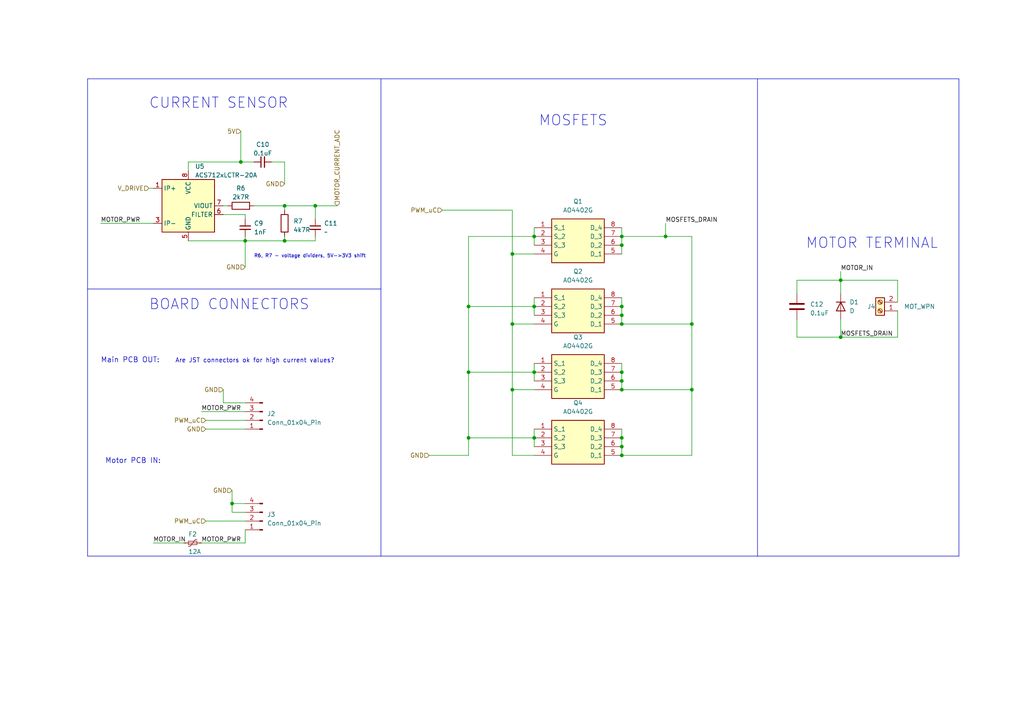
<source format=kicad_sch>
(kicad_sch (version 20230121) (generator eeschema)
  (paper "A4")
  (title_block (comment 1 "Authors: K. Puzio, J. Skrzypczak, J. Michalski"))
  (lib_symbols
    (symbol "AO4406AL:AO4406AL"
      (property "Reference" "Q" (at 21.59 7.62 0))
      (property "Value" "AO4406AL" (at 21.59 5.08 0))
      (symbol "AO4406AL_1_1"
        (rectangle (start 5.08 2.54) (end 20.32 -10.16) (stroke (width 0.254)) (fill (type background)))
        (pin passive line (at 0 0 0) (length 5.08) (name "S_1") (number "1"))
        (pin passive line (at 0 -2.54 0) (length 5.08) (name "S_2") (number "2"))
        (pin passive line (at 0 -5.08 0) (length 5.08) (name "S_3") (number "3"))
        (pin passive line (at 0 -7.62 0) (length 5.08) (name "G") (number "4"))
        (pin passive line (at 25.4 -7.62 180) (length 5.08) (name "D_1") (number "5"))
        (pin passive line (at 25.4 -5.08 180) (length 5.08) (name "D_2") (number "6"))
        (pin passive line (at 25.4 -2.54 180) (length 5.08) (name "D_3") (number "7"))
        (pin passive line (at 25.4 0 180) (length 5.08) (name "D_4") (number "8"))
      )
    )
    (symbol "Connector:Conn_01x04_Pin" (pin_names (offset 1.016) hide)
      (property "Reference" "J" (at 0 5.08 0))
      (property "Value" "Conn_01x04_Pin" (at 0 -7.62 0))
      (symbol "Conn_01x04_Pin_1_1"
        (polyline (pts (xy 1.27 -5.08) (xy 0.8636 -5.08)) (stroke (width 0.1524)))
        (polyline (pts (xy 1.27 -2.54) (xy 0.8636 -2.54)) (stroke (width 0.1524)))
        (polyline (pts (xy 1.27 0) (xy 0.8636 0)) (stroke (width 0.1524)))
        (polyline (pts (xy 1.27 2.54) (xy 0.8636 2.54)) (stroke (width 0.1524)))
        (rectangle (start 0.8636 -4.953) (end 0 -5.207) (stroke (width 0.1524)) (fill (type outline)))
        (rectangle (start 0.8636 -2.413) (end 0 -2.667) (stroke (width 0.1524)) (fill (type outline)))
        (rectangle (start 0.8636 0.127) (end 0 -0.127) (stroke (width 0.1524)) (fill (type outline)))
        (rectangle (start 0.8636 2.667) (end 0 2.413) (stroke (width 0.1524)) (fill (type outline)))
        (pin passive line (at 5.08 2.54 180) (length 3.81) (name "Pin_1") (number "1"))
        (pin passive line (at 5.08 0 180) (length 3.81) (name "Pin_2") (number "2"))
        (pin passive line (at 5.08 -2.54 180) (length 3.81) (name "Pin_3") (number "3"))
        (pin passive line (at 5.08 -5.08 180) (length 3.81) (name "Pin_4") (number "4"))
      )
    )
    (symbol "Connector:Screw_Terminal_01x02" (pin_names (offset 1.016) hide)
      (property "Reference" "J" (at 0 2.54 0))
      (property "Value" "Screw_Terminal_01x02" (at 0 -5.08 0))
      (symbol "Screw_Terminal_01x02_1_1"
        (rectangle (start -1.27 1.27) (end 1.27 -3.81) (stroke (width 0.254)) (fill (type background)))
        (circle (center 0 -2.54) (radius 0.635) (stroke (width 0.1524)))
        (polyline (pts (xy -0.5334 -2.2098) (xy 0.3302 -3.048)) (stroke (width 0.1524)))
        (polyline (pts (xy -0.5334 0.3302) (xy 0.3302 -0.508)) (stroke (width 0.1524)))
        (polyline (pts (xy -0.3556 -2.032) (xy 0.508 -2.8702)) (stroke (width 0.1524)))
        (polyline (pts (xy -0.3556 0.508) (xy 0.508 -0.3302)) (stroke (width 0.1524)))
        (circle (center 0 0) (radius 0.635) (stroke (width 0.1524)))
        (pin passive line (at -5.08 0 0) (length 3.81) (name "Pin_1") (number "1"))
        (pin passive line (at -5.08 -2.54 0) (length 3.81) (name "Pin_2") (number "2"))
      )
    )
    (symbol "Device:C" (pin_numbers hide) (pin_names (offset 0.254))
      (property "Reference" "C" (at 0.635 2.54 0))
      (property "Value" "C" (at 0.635 -2.54 0))
      (symbol "C_0_1"
        (polyline (pts (xy -2.032 -0.762) (xy 2.032 -0.762)) (stroke (width 0.508)))
        (polyline (pts (xy -2.032 0.762) (xy 2.032 0.762)) (stroke (width 0.508)))
      )
      (symbol "C_1_1"
        (pin passive line (at 0 3.81 270) (length 2.794) (name "~") (number "1"))
        (pin passive line (at 0 -3.81 90) (length 2.794) (name "~") (number "2"))
      )
    )
    (symbol "Device:C_Small" (pin_numbers hide) (pin_names (offset 0.254) hide)
      (property "Reference" "C" (at 0.254 1.778 0))
      (property "Value" "C_Small" (at 0.254 -2.032 0))
      (symbol "C_Small_0_1"
        (polyline (pts (xy -1.524 -0.508) (xy 1.524 -0.508)) (stroke (width 0.3302)))
        (polyline (pts (xy -1.524 0.508) (xy 1.524 0.508)) (stroke (width 0.3048)))
      )
      (symbol "C_Small_1_1"
        (pin passive line (at 0 2.54 270) (length 2.032) (name "~") (number "1"))
        (pin passive line (at 0 -2.54 90) (length 2.032) (name "~") (number "2"))
      )
    )
    (symbol "Device:D" (pin_numbers hide) (pin_names (offset 1.016) hide)
      (property "Reference" "D" (at 0 2.54 0))
      (property "Value" "D" (at 0 -2.54 0))
      (symbol "D_0_1"
        (polyline (pts (xy -1.27 1.27) (xy -1.27 -1.27)) (stroke (width 0.254)))
        (polyline (pts (xy 1.27 0) (xy -1.27 0)))
        (polyline (pts (xy 1.27 1.27) (xy 1.27 -1.27) (xy -1.27 0) (xy 1.27 1.27)) (stroke (width 0.254)))
      )
      (symbol "D_1_1"
        (pin passive line (at -3.81 0 0) (length 2.54) (name "K") (number "1"))
        (pin passive line (at 3.81 0 180) (length 2.54) (name "A") (number "2"))
      )
    )
    (symbol "Device:Polyfuse_Small" (pin_numbers hide) (pin_names (offset 0))
      (property "Reference" "F" (at -1.905 0 90))
      (property "Value" "Polyfuse_Small" (at 1.905 0 90))
      (symbol "Polyfuse_Small_0_1"
        (rectangle (start -0.508 1.27) (end 0.508 -1.27))
        (polyline (pts (xy 0 2.54) (xy 0 -2.54)))
        (polyline (pts (xy -1.016 1.27) (xy -1.016 0.762) (xy 1.016 -0.762) (xy 1.016 -1.27)))
      )
      (symbol "Polyfuse_Small_1_1"
        (pin passive line (at 0 2.54 270) (length 0.635) (name "~") (number "1"))
        (pin passive line (at 0 -2.54 90) (length 0.635) (name "~") (number "2"))
      )
    )
    (symbol "Device:R" (pin_numbers hide) (pin_names (offset 0))
      (property "Reference" "R" (at 2.032 0 90))
      (property "Value" "R" (at 0 0 90))
      (symbol "R_0_1"
        (rectangle (start -1.016 -2.54) (end 1.016 2.54) (stroke (width 0.254)))
      )
      (symbol "R_1_1"
        (pin passive line (at 0 3.81 270) (length 1.27) (name "~") (number "1"))
        (pin passive line (at 0 -3.81 90) (length 1.27) (name "~") (number "2"))
      )
    )
    (symbol "Sensor_Current:ACS712xLCTR-20A"
      (property "Reference" "U" (at 2.54 11.43 0))
      (property "Value" "ACS712xLCTR-20A" (at 2.54 8.89 0))
      (symbol "ACS712xLCTR-20A_0_1"
        (rectangle (start -7.62 7.62) (end 7.62 -7.62) (stroke (width 0.254)) (fill (type background)))
      )
      (symbol "ACS712xLCTR-20A_1_1"
        (pin passive line (at -10.16 5.08 0) (length 2.54) (name "IP+") (number "1"))
        (pin passive line (at -10.16 5.08 0) (length 2.54) hide (name "IP+") (number "2"))
        (pin passive line (at -10.16 -5.08 0) (length 2.54) (name "IP-") (number "3"))
        (pin passive line (at -10.16 -5.08 0) (length 2.54) hide (name "IP-") (number "4"))
        (pin power_in line (at 0 -10.16 90) (length 2.54) (name "GND") (number "5"))
        (pin passive line (at 10.16 -2.54 180) (length 2.54) (name "FILTER") (number "6"))
        (pin output line (at 10.16 0 180) (length 2.54) (name "VIOUT") (number "7"))
        (pin power_in line (at 0 10.16 270) (length 2.54) (name "VCC") (number "8"))
      )
    )
  )
  (junction (at 200.66 113.03))
  (junction (at 148.59 113.03))
  (junction (at 82.55 69.85))
  (junction (at 180.34 88.9))
  (junction (at 91.44 59.69))
  (junction (at 135.89 127))
  (junction (at 180.34 132.08))
  (junction (at 193.04 68.58))
  (junction (at 135.89 88.9))
  (junction (at 82.55 59.69))
  (junction (at 154.94 107.95))
  (junction (at 67.31 146.05))
  (junction (at 180.34 113.03))
  (junction (at 180.34 93.98))
  (junction (at 154.94 88.9))
  (junction (at 180.34 71.12))
  (junction (at 180.34 107.95))
  (junction (at 154.94 68.58))
  (junction (at 148.59 73.66))
  (junction (at 243.84 81.28))
  (junction (at 180.34 68.58))
  (junction (at 180.34 91.44))
  (junction (at 180.34 129.54))
  (junction (at 200.66 93.98))
  (junction (at 180.34 127))
  (junction (at 135.89 107.95))
  (junction (at 71.12 69.85))
  (junction (at 180.34 110.49))
  (junction (at 243.84 97.79))
  (junction (at 148.59 93.98))
  (junction (at 69.85 46.99))
  (junction (at 154.94 127))
  (wire (pts (xy 180.34 127) (xy 180.34 129.54)))
  (wire (pts (xy 243.84 92.71) (xy 243.84 97.79)))
  (wire (pts (xy 154.94 124.46) (xy 154.94 127)))
  (wire (pts (xy 71.12 157.48) (xy 71.12 153.67)))
  (wire (pts (xy 148.59 93.98) (xy 148.59 113.03)))
  (wire (pts (xy 91.44 68.58) (xy 91.44 69.85)))
  (wire (pts (xy 148.59 73.66) (xy 154.94 73.66)))
  (wire (pts (xy 200.66 93.98) (xy 200.66 113.03)))
  (wire (pts (xy 43.18 54.61) (xy 44.45 54.61)))
  (wire (pts (xy 91.44 63.5) (xy 91.44 59.69)))
  (wire (pts (xy 58.42 157.48) (xy 71.12 157.48)))
  (wire (pts (xy 128.27 60.96) (xy 148.59 60.96)))
  (wire (pts (xy 180.34 66.04) (xy 180.34 68.58)))
  (wire (pts (xy 54.61 69.85) (xy 71.12 69.85)))
  (wire (pts (xy 91.44 59.69) (xy 82.55 59.69)))
  (polyline (pts (xy 25.4 161.29) (xy 219.71 161.29)))
  (wire (pts (xy 180.34 91.44) (xy 180.34 93.98)))
  (wire (pts (xy 71.12 124.46) (xy 59.69 124.46)))
  (wire (pts (xy 135.89 132.08) (xy 124.46 132.08)))
  (wire (pts (xy 180.34 88.9) (xy 180.34 91.44)))
  (wire (pts (xy 180.34 105.41) (xy 180.34 107.95)))
  (wire (pts (xy 71.12 69.85) (xy 71.12 68.58)))
  (wire (pts (xy 231.14 81.28) (xy 243.84 81.28)))
  (wire (pts (xy 148.59 113.03) (xy 154.94 113.03)))
  (polyline (pts (xy 25.4 83.82) (xy 110.49 83.82)))
  (wire (pts (xy 67.31 148.59) (xy 67.31 146.05)))
  (wire (pts (xy 82.55 59.69) (xy 82.55 60.96)))
  (wire (pts (xy 180.34 110.49) (xy 180.34 113.03)))
  (polyline (pts (xy 25.4 22.86) (xy 25.4 161.29)))
  (wire (pts (xy 180.34 113.03) (xy 200.66 113.03)))
  (wire (pts (xy 243.84 81.28) (xy 260.35 81.28)))
  (wire (pts (xy 180.34 93.98) (xy 200.66 93.98)))
  (wire (pts (xy 243.84 97.79) (xy 260.35 97.79)))
  (wire (pts (xy 69.85 38.1) (xy 69.85 46.99)))
  (wire (pts (xy 243.84 78.74) (xy 243.84 81.28)))
  (wire (pts (xy 154.94 107.95) (xy 135.89 107.95)))
  (wire (pts (xy 231.14 92.71) (xy 231.14 97.79)))
  (wire (pts (xy 148.59 93.98) (xy 154.94 93.98)))
  (wire (pts (xy 180.34 71.12) (xy 180.34 73.66)))
  (wire (pts (xy 260.35 90.17) (xy 260.35 97.79)))
  (wire (pts (xy 69.85 46.99) (xy 73.66 46.99)))
  (wire (pts (xy 71.12 62.23) (xy 71.12 63.5)))
  (wire (pts (xy 64.77 113.03) (xy 64.77 116.84)))
  (wire (pts (xy 82.55 69.85) (xy 91.44 69.85)))
  (wire (pts (xy 154.94 68.58) (xy 154.94 71.12)))
  (wire (pts (xy 54.61 49.53) (xy 54.61 46.99)))
  (wire (pts (xy 71.12 69.85) (xy 82.55 69.85)))
  (wire (pts (xy 243.84 81.28) (xy 243.84 85.09)))
  (polyline (pts (xy 278.13 22.86) (xy 25.4 22.86)))
  (wire (pts (xy 200.66 113.03) (xy 200.66 132.08)))
  (wire (pts (xy 231.14 85.09) (xy 231.14 81.28)))
  (wire (pts (xy 73.66 59.69) (xy 82.55 59.69)))
  (wire (pts (xy 148.59 132.08) (xy 148.59 113.03)))
  (wire (pts (xy 180.34 68.58) (xy 180.34 71.12)))
  (wire (pts (xy 67.31 146.05) (xy 71.12 146.05)))
  (wire (pts (xy 59.69 121.92) (xy 71.12 121.92)))
  (polyline (pts (xy 219.71 22.86) (xy 219.71 161.29)))
  (polyline (pts (xy 278.13 161.29) (xy 278.13 22.86)))
  (wire (pts (xy 54.61 46.99) (xy 69.85 46.99)))
  (wire (pts (xy 59.69 151.13) (xy 71.12 151.13)))
  (wire (pts (xy 154.94 86.36) (xy 154.94 88.9)))
  (wire (pts (xy 82.55 53.34) (xy 82.55 46.99)))
  (wire (pts (xy 91.44 59.69) (xy 97.79 59.69)))
  (wire (pts (xy 67.31 142.24) (xy 67.31 146.05)))
  (wire (pts (xy 44.45 157.48) (xy 53.34 157.48)))
  (wire (pts (xy 231.14 97.79) (xy 243.84 97.79)))
  (wire (pts (xy 148.59 73.66) (xy 148.59 93.98)))
  (wire (pts (xy 148.59 60.96) (xy 148.59 73.66)))
  (polyline (pts (xy 219.71 161.29) (xy 278.13 161.29)))
  (wire (pts (xy 135.89 68.58) (xy 135.89 88.9)))
  (wire (pts (xy 64.77 116.84) (xy 71.12 116.84)))
  (wire (pts (xy 180.34 86.36) (xy 180.34 88.9)))
  (wire (pts (xy 260.35 81.28) (xy 260.35 87.63)))
  (wire (pts (xy 154.94 66.04) (xy 154.94 68.58)))
  (wire (pts (xy 135.89 127) (xy 154.94 127)))
  (wire (pts (xy 200.66 132.08) (xy 180.34 132.08)))
  (wire (pts (xy 154.94 88.9) (xy 154.94 91.44)))
  (polyline (pts (xy 110.49 22.86) (xy 110.49 161.29)))
  (wire (pts (xy 180.34 124.46) (xy 180.34 127)))
  (wire (pts (xy 193.04 68.58) (xy 200.66 68.58)))
  (wire (pts (xy 154.94 68.58) (xy 135.89 68.58)))
  (wire (pts (xy 135.89 88.9) (xy 135.89 107.95)))
  (wire (pts (xy 64.77 62.23) (xy 71.12 62.23)))
  (wire (pts (xy 78.74 46.99) (xy 82.55 46.99)))
  (wire (pts (xy 135.89 107.95) (xy 135.89 127)))
  (wire (pts (xy 154.94 107.95) (xy 154.94 110.49)))
  (wire (pts (xy 71.12 69.85) (xy 71.12 77.47)))
  (wire (pts (xy 154.94 127) (xy 154.94 129.54)))
  (wire (pts (xy 58.42 119.38) (xy 71.12 119.38)))
  (wire (pts (xy 64.77 59.69) (xy 66.04 59.69)))
  (wire (pts (xy 29.21 64.77) (xy 44.45 64.77)))
  (wire (pts (xy 180.34 129.54) (xy 180.34 132.08)))
  (wire (pts (xy 148.59 132.08) (xy 154.94 132.08)))
  (wire (pts (xy 200.66 68.58) (xy 200.66 93.98)))
  (wire (pts (xy 180.34 107.95) (xy 180.34 110.49)))
  (wire (pts (xy 154.94 88.9) (xy 135.89 88.9)))
  (wire (pts (xy 71.12 148.59) (xy 67.31 148.59)))
  (wire (pts (xy 193.04 64.77) (xy 193.04 68.58)))
  (wire (pts (xy 154.94 105.41) (xy 154.94 107.95)))
  (wire (pts (xy 135.89 132.08) (xy 135.89 127)))
  (wire (pts (xy 180.34 68.58) (xy 193.04 68.58)))
  (wire (pts (xy 82.55 68.58) (xy 82.55 69.85)))
  (text "Motor PCB IN:\n" (at 30.48 134.62 0) (effects (font (size 1.5 1.5)) (justify left bottom)))
  (text "MOSFETS\n" (at 156.21 36.83 0) (effects (font (size 3 3)) (justify left bottom)))
  (text "Main PCB OUT:\n" (at 29.21 105.41 0) (effects (font (size 1.5 1.5)) (justify left bottom)))
  (text "MOTOR TERMINAL" (at 233.68 72.39 0) (effects (font (size 3 3)) (justify left bottom)))
  (text "CURRENT SENSOR" (at 43.18 31.75 0) (effects (font (size 3 3)) (justify left bottom)))
  (text "BOARD CONNECTORS" (at 43.18 90.17 0) (effects (font (size 3 3)) (justify left bottom)))
  (text "Are JST connectors ok for high current values?" (at 50.8 105.41 0) (effects (font (size 1.27 1.27)) (justify left bottom)))
  (text "R6, R7 - voltage dividers, 5V->3V3 shift" (at 73.66 74.93 0) (effects (font (size 1 1)) (justify left bottom)))
  (label "MOTOR_PWR" (at 29.21 64.77 0))
  (label "MOTOR_IN" (at 243.84 78.74 0))
  (label "MOSFETS_DRAIN" (at 243.84 97.79 0))
  (label "MOTOR_IN" (at 44.45 157.48 0))
  (label "MOTOR_PWR" (at 58.42 119.38 0))
  (label "MOTOR_PWR" (at 58.42 157.48 0))
  (label "MOSFETS_DRAIN" (at 193.04 64.77 0))
  (hierarchical_label "GND" (shape input) (at 67.31 142.24 180))
  (hierarchical_label "GND" (shape input) (at 59.69 124.46 180))
  (hierarchical_label "PWM_uC" (shape input) (at 59.69 151.13 180))
  (hierarchical_label "PWM_uC" (shape input) (at 128.27 60.96 180))
  (hierarchical_label "GND" (shape input) (at 124.46 132.08 180))
  (hierarchical_label "MOTOR_CURRENT_ADC" (shape input) (at 97.79 59.69 90))
  (hierarchical_label "GND" (shape input) (at 64.77 113.03 180))
  (hierarchical_label "GND" (shape input) (at 82.55 53.34 180))
  (hierarchical_label "5V" (shape input) (at 69.85 38.1 180))
  (hierarchical_label "PWM_uC" (shape input) (at 59.69 121.92 180))
  (hierarchical_label "GND" (shape input) (at 71.12 77.47 180))
  (hierarchical_label "V_DRIVE" (shape input) (at 43.18 54.61 180))
  (symbol (lib_id "Connector:Screw_Terminal_01x02") (at 255.27 90.17 180) (unit 1)
    (property "Reference" "J4" (at 252.73 88.9 0))
    (property "Value" "MOT_WPN" (at 266.7 88.9 0))
    (property "Footprint" "TerminalBlock:TerminalBlock_Altech_AK300-2_P5.00mm" (effects hide))
  )
  (symbol (lib_id "Device:R") (at 69.85 59.69 90) (unit 1)
    (property "Reference" "R6" (at 69.85 54.61 90))
    (property "Value" "2k7R" (at 69.85 57.15 90))
    (property "Footprint" "Resistor_SMD:R_1206_3216Metric_Pad1.30x1.75mm_HandSolder" (effects hide))
  )
  (symbol (lib_id "AO4406AL:AO4406AL") (at 154.94 124.46 0) (unit 1)
    (property "Reference" "Q4" (at 167.64 116.84 0))
    (property "Value" "AO4402G" (at 167.64 119.38 0))
    (property "Footprint" "Package_SO:SOIC-8_3.9x4.9mm_P1.27mm" (effects hide))
    (property "Datasheet" "https://datasheet.lcsc.com/szlcsc/Alpha-Omega-Semicon-AOS-AO4406AL_C35349.pdf" (effects hide))
    (property "Description" "N-Channel 30V 13A (Tc) 3.1W (Tc) Surface Mount 8-SOIC" (effects hide))
    (property "Height" "1.75" (effects hide))
    (property "Manufacturer_Name" "Alpha & Omega Semiconductors" (effects hide))
    (property "Manufacturer_Part_Number" "AO4406AL" (effects hide))
  )
  (symbol (lib_id "Connector:Conn_01x04_Pin") (at 76.2 121.92 180) (unit 1)
    (property "Reference" "J2" (at 77.47 120.015 0) (effects (justify right)))
    (property "Value" "Conn_01x04_Pin" (at 77.47 122.555 0) (effects (justify right)))
    (property "Footprint" "Connector_JST:JST_PH_B3B-PH-SM4-TB_1x03-1MP_P2.00mm_Vertical" (effects hide))
  )
  (symbol (lib_id "AO4406AL:AO4406AL") (at 154.94 105.41 0) (unit 1)
    (property "Reference" "Q3" (at 167.64 97.79 0))
    (property "Value" "AO4402G" (at 167.64 100.33 0))
    (property "Footprint" "Package_SO:SOIC-8_3.9x4.9mm_P1.27mm" (effects hide))
    (property "Datasheet" "https://datasheet.lcsc.com/szlcsc/Alpha-Omega-Semicon-AOS-AO4406AL_C35349.pdf" (effects hide))
    (property "Description" "N-Channel 30V 13A (Tc) 3.1W (Tc) Surface Mount 8-SOIC" (effects hide))
    (property "Height" "1.75" (effects hide))
    (property "Manufacturer_Name" "Alpha & Omega Semiconductors" (effects hide))
    (property "Manufacturer_Part_Number" "AO4406AL" (effects hide))
  )
  (symbol (lib_id "Device:C_Small") (at 76.2 46.99 90) (unit 1)
    (property "Reference" "C10" (at 76.2063 41.91 90))
    (property "Value" "0.1uF" (at 76.2063 44.45 90))
    (property "Footprint" "Capacitor_SMD:C_0805_2012Metric" (effects hide))
  )
  (symbol (lib_id "Connector:Conn_01x04_Pin") (at 76.2 151.13 180) (unit 1)
    (property "Reference" "J3" (at 77.47 149.225 0) (effects (justify right)))
    (property "Value" "Conn_01x04_Pin" (at 77.47 151.765 0) (effects (justify right)))
    (property "Footprint" "Connector_JST:JST_PH_B3B-PH-SM4-TB_1x03-1MP_P2.00mm_Vertical" (effects hide))
  )
  (symbol (lib_id "Device:C") (at 231.14 88.9 0) (unit 1)
    (property "Reference" "C12" (at 234.95 88.265 0) (effects (justify left)))
    (property "Value" "0.1uF" (at 234.95 90.805 0) (effects (justify left)))
    (property "Footprint" "Capacitor_SMD:C_1206_3216Metric_Pad1.33x1.80mm_HandSolder" (effects hide))
  )
  (symbol (lib_id "Device:C_Small") (at 71.12 66.04 0) (unit 1)
    (property "Reference" "C9" (at 73.66 64.7762 0) (effects (justify left)))
    (property "Value" "1nF" (at 73.66 67.3162 0) (effects (justify left)))
    (property "Footprint" "Capacitor_SMD:C_1206_3216Metric_Pad1.33x1.80mm_HandSolder" (effects hide))
  )
  (symbol (lib_id "Device:C_Small") (at 91.44 66.04 0) (unit 1)
    (property "Reference" "C11" (at 93.98 64.7762 0) (effects (justify left)))
    (property "Value" "~" (at 93.98 67.3162 0) (effects (justify left)))
    (property "Footprint" "Capacitor_SMD:C_0805_2012Metric" (effects hide))
  )
  (symbol (lib_id "Device:R") (at 82.55 64.77 0) (unit 1)
    (property "Reference" "R7" (at 85.09 64.135 0) (effects (justify left)))
    (property "Value" "4k7R" (at 85.09 66.675 0) (effects (justify left)))
    (property "Footprint" "Resistor_SMD:R_1206_3216Metric_Pad1.30x1.75mm_HandSolder" (effects hide))
  )
  (symbol (lib_id "Device:D") (at 243.84 88.9 270) (unit 1)
    (property "Reference" "D1" (at 246.38 87.6299 90) (effects (justify left)))
    (property "Value" "D" (at 246.38 90.1699 90) (effects (justify left)))
    (property "Footprint" "Diode_SMD:D_SOD-123F" (effects hide))
    (property "Sim.Device" "D" (effects hide))
    (property "Sim.Pins" "1=K 2=A" (effects hide))
  )
  (symbol (lib_id "AO4406AL:AO4406AL") (at 154.94 66.04 0) (unit 1)
    (property "Reference" "Q1" (at 167.64 58.42 0))
    (property "Value" "AO4402G" (at 167.64 60.96 0))
    (property "Footprint" "Package_SO:SOIC-8_3.9x4.9mm_P1.27mm" (effects hide))
    (property "Datasheet" "https://datasheet.lcsc.com/szlcsc/Alpha-Omega-Semicon-AOS-AO4406AL_C35349.pdf" (effects hide))
    (property "Description" "N-Channel 30V 13A (Tc) 3.1W (Tc) Surface Mount 8-SOIC" (effects hide))
    (property "Height" "1.75" (effects hide))
    (property "Manufacturer_Name" "Alpha & Omega Semiconductors" (effects hide))
    (property "Manufacturer_Part_Number" "AO4406AL" (effects hide))
  )
  (symbol (lib_id "Device:Polyfuse_Small") (at 55.88 157.48 270) (unit 1)
    (property "Reference" "F2" (at 54.61 154.94 90) (effects (justify left)))
    (property "Value" "12A" (at 54.61 160.02 90) (effects (justify left)))
    (property "Footprint" "Capacitor_THT:C_Rect_L13.0mm_W3.0mm_P10.00mm_FKS3_FKP3_MKS4" (effects hide))
  )
  (symbol (lib_id "AO4406AL:AO4406AL") (at 154.94 86.36 0) (unit 1)
    (property "Reference" "Q2" (at 167.64 78.74 0))
    (property "Value" "AO4402G" (at 167.64 81.28 0))
    (property "Footprint" "Package_SO:SOIC-8_3.9x4.9mm_P1.27mm" (effects hide))
    (property "Datasheet" "https://datasheet.lcsc.com/szlcsc/Alpha-Omega-Semicon-AOS-AO4406AL_C35349.pdf" (effects hide))
    (property "Description" "N-Channel 30V 13A (Tc) 3.1W (Tc) Surface Mount 8-SOIC" (effects hide))
    (property "Height" "1.75" (effects hide))
    (property "Manufacturer_Name" "Alpha & Omega Semiconductors" (effects hide))
    (property "Manufacturer_Part_Number" "AO4406AL" (effects hide))
  )
  (symbol (lib_id "Sensor_Current:ACS712xLCTR-20A") (at 54.61 59.69 0) (unit 1)
    (property "Reference" "U5" (at 56.5659 48.26 0) (effects (justify left)))
    (property "Value" "ACS712xLCTR-20A" (at 56.5659 50.8 0) (effects (justify left)))
    (property "Footprint" "Package_SO:SOIC-8_3.9x4.9mm_P1.27mm" (effects hide))
    (property "Datasheet" "http://www.allegromicro.com/~/media/Files/Datasheets/ACS712-Datasheet.ashx?la=en" (effects hide))
  )
)
</source>
